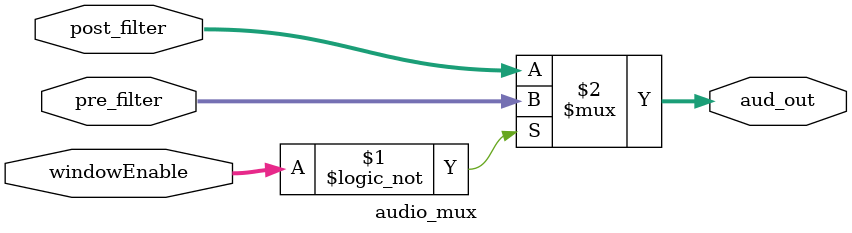
<source format=v>
module audio_mux(
    input [1:0]  windowEnable,
    input signed [23:0] pre_filter,
    input signed [23:0]post_filter,
    output signed [23:0]aud_out);
    
    assign aud_out = (windowEnable == 2'b0)? pre_filter: post_filter;
    

endmodule
</source>
